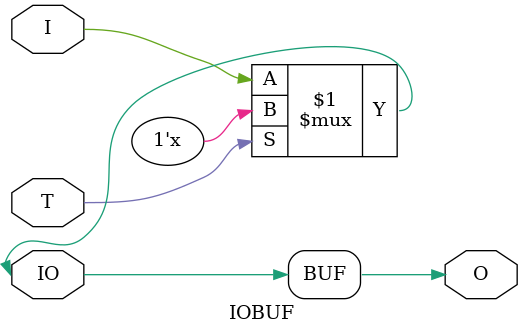
<source format=v>
/**
  Simple IO buffer for GPIO.
  --
  Pin naming and tristate logic compatible with Xilinx IOBUF
  --
  (c) 2022 Gray, gray@grayraven.org
  https://oberon-rts.org/licences
**/

`timescale 1ns / 1ps
`default_nettype none

module IOBUF (
  inout wire IO, // IO pin
  input wire I,  // GPIO pin out
  output wire O, // GPIO pin in
  input wire T   // tristate control
);

  // T = 1 => O follows IO => GPIO input
  // T = 0 => I drives IO (O still follows IO = I) => GPIO output
  
  assign IO = T ? 1'bz : I;
  assign O = IO;

endmodule

`resetall

</source>
